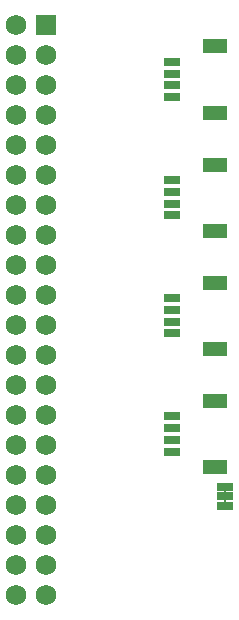
<source format=gbr>
G04 EAGLE Gerber RS-274X export*
G75*
%MOMM*%
%FSLAX34Y34*%
%LPD*%
%AMOC8*
5,1,8,0,0,1.08239X$1,22.5*%
G01*
%ADD10R,1.752600X1.752600*%
%ADD11C,1.752600*%
%ADD12R,1.451600X0.701600*%
%ADD13R,2.101600X1.301600*%
%ADD14R,1.371600X0.736600*%
%ADD15C,0.203200*%


D10*
X43700Y496300D03*
D11*
X43700Y470900D03*
X43700Y445500D03*
X43700Y420100D03*
X43700Y394700D03*
X43700Y369300D03*
X43700Y343900D03*
X43700Y318500D03*
X43700Y293100D03*
X43700Y267700D03*
X43700Y242300D03*
X43700Y216900D03*
X43700Y191500D03*
X43700Y166100D03*
X43700Y140700D03*
X43700Y115300D03*
X43700Y89900D03*
X43700Y64500D03*
X43700Y39100D03*
X43700Y13700D03*
X18300Y13700D03*
X18300Y39100D03*
X18300Y64500D03*
X18300Y89900D03*
X18300Y115300D03*
X18300Y140700D03*
X18300Y166100D03*
X18300Y191500D03*
X18300Y216900D03*
X18300Y242300D03*
X18300Y267700D03*
X18300Y293100D03*
X18300Y318500D03*
X18300Y343900D03*
X18300Y369300D03*
X18300Y394700D03*
X18300Y420100D03*
X18300Y445500D03*
X18300Y470900D03*
X18300Y496300D03*
D12*
X150000Y365000D03*
X150000Y355000D03*
X150000Y345000D03*
X150000Y335000D03*
D13*
X186750Y322000D03*
X186750Y378000D03*
D12*
X150000Y465000D03*
X150000Y455000D03*
X150000Y445000D03*
X150000Y435000D03*
D13*
X186750Y422000D03*
X186750Y478000D03*
D12*
X150000Y165000D03*
X150000Y155000D03*
X150000Y145000D03*
X150000Y135000D03*
D13*
X186750Y122000D03*
X186750Y178000D03*
D12*
X150000Y265000D03*
X150000Y255000D03*
X150000Y245000D03*
X150000Y235000D03*
D13*
X186750Y222000D03*
X186750Y278000D03*
D14*
X195326Y105410D03*
X195326Y97282D03*
X195326Y89154D03*
D15*
X195326Y88392D02*
X195326Y105918D01*
M02*

</source>
